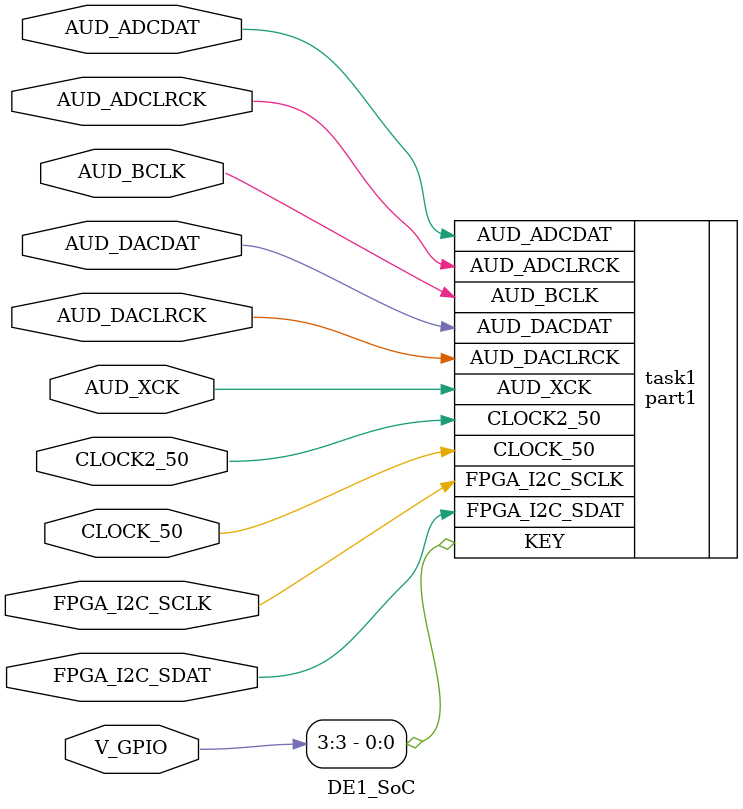
<source format=sv>
module DE1_SoC(CLOCK_50, CLOCK2_50, FPGA_I2C_SCLK, FPGA_I2C_SDAT, AUD_XCK, 
		        AUD_DACLRCK, AUD_ADCLRCK, AUD_BCLK, AUD_ADCDAT, AUD_DACDAT, V_GPIO);
	input CLOCK_50, CLOCK2_50;
	input FPGA_I2C_SCLK, FPGA_I2C_SDAT, AUD_XCK, 
		        AUD_DACLRCK, AUD_ADCLRCK, AUD_BCLK, AUD_ADCDAT, AUD_DACDAT;
	inout [35:0] V_GPIO;
	
	part1 task1(.CLOCK_50, .CLOCK2_50, .KEY(V_GPIO[3]), .FPGA_I2C_SCLK, .FPGA_I2C_SDAT, .AUD_XCK, 
		        .AUD_DACLRCK, .AUD_ADCLRCK, .AUD_BCLK, .AUD_ADCDAT, .AUD_DACDAT);

endmodule
</source>
